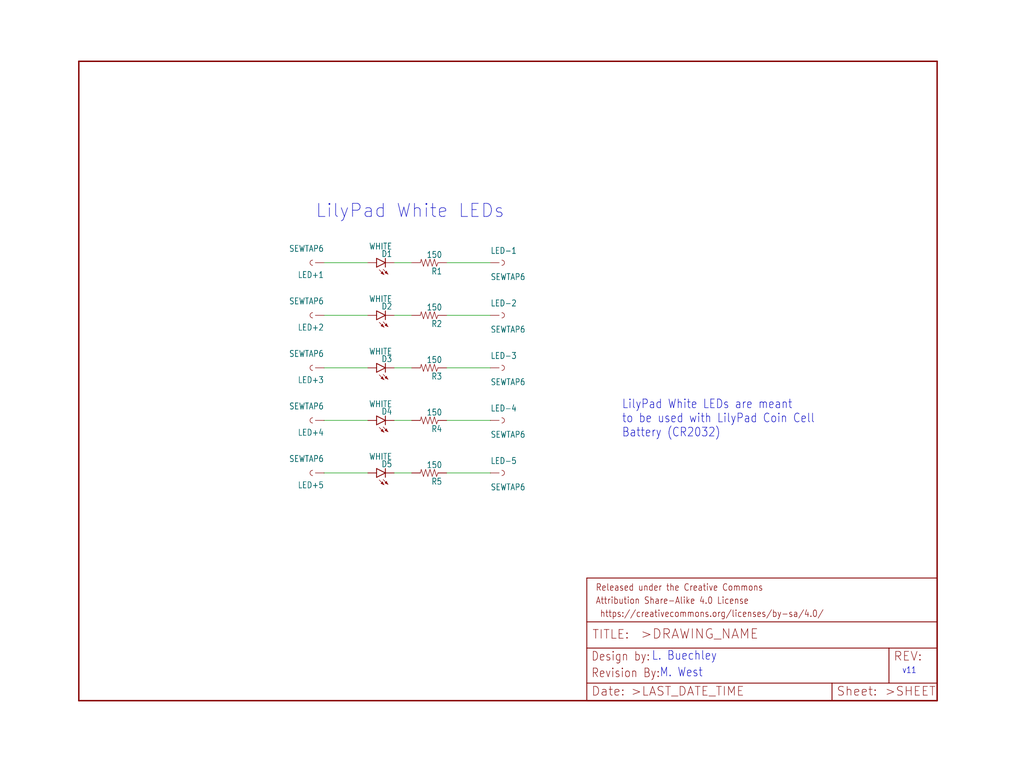
<source format=kicad_sch>
(kicad_sch (version 20211123) (generator eeschema)
  (paper "User" 297.002 223.926)
  (lib_symbols
    (symbol "schematicEagle-eagle-import:150OHM-1{slash}10W-1%(0603)"
      (property "Reference" "R" (at -3.81 1.4986 0))
      (property "Value" "150OHM-1{slash}10W-1%(0603)" (at -3.81 -3.302 0))
      (symbol "150OHM-1{slash}10W-1%(0603)_1_0"
        (polyline (pts (xy -2.54 0) (xy -2.159 1.016)) (stroke (width 0.1524)))
        (polyline (pts (xy -2.159 1.016) (xy -1.524 -1.016)) (stroke (width 0.1524)))
        (polyline (pts (xy -1.524 -1.016) (xy -0.889 1.016)) (stroke (width 0.1524)))
        (polyline (pts (xy -0.889 1.016) (xy -0.254 -1.016)) (stroke (width 0.1524)))
        (polyline (pts (xy -0.254 -1.016) (xy 0.381 1.016)) (stroke (width 0.1524)))
        (polyline (pts (xy 0.381 1.016) (xy 1.016 -1.016)) (stroke (width 0.1524)))
        (polyline (pts (xy 1.016 -1.016) (xy 1.651 1.016)) (stroke (width 0.1524)))
        (polyline (pts (xy 1.651 1.016) (xy 2.286 -1.016)) (stroke (width 0.1524)))
        (polyline (pts (xy 2.286 -1.016) (xy 2.54 0)) (stroke (width 0.1524)))
        (pin passive line (at -5.08 0 0) (length 2.54) (name "1") (number "1"))
        (pin passive line (at 5.08 0 180) (length 2.54) (name "2") (number "2"))
      )
    )
    (symbol "schematicEagle-eagle-import:FRAME-LETTER"
      (symbol "FRAME-LETTER_1_0"
        (polyline (pts (xy 0 0) (xy 248.92 0)) (stroke (width 0.4064)))
        (polyline (pts (xy 0 185.42) (xy 0 0)) (stroke (width 0.4064)))
        (polyline (pts (xy 0 185.42) (xy 248.92 185.42)) (stroke (width 0.4064)))
        (polyline (pts (xy 248.92 185.42) (xy 248.92 0)) (stroke (width 0.4064)))
      )
      (symbol "FRAME-LETTER_2_0"
        (polyline (pts (xy 0 0) (xy 0 5.08)) (stroke (width 0.254)))
        (polyline (pts (xy 0 0) (xy 71.12 0)) (stroke (width 0.254)))
        (polyline (pts (xy 0 5.08) (xy 0 15.24)) (stroke (width 0.254)))
        (polyline (pts (xy 0 5.08) (xy 71.12 5.08)) (stroke (width 0.254)))
        (polyline (pts (xy 0 15.24) (xy 0 22.86)) (stroke (width 0.254)))
        (polyline (pts (xy 0 22.86) (xy 0 35.56)) (stroke (width 0.254)))
        (polyline (pts (xy 0 22.86) (xy 101.6 22.86)) (stroke (width 0.254)))
        (polyline (pts (xy 71.12 0) (xy 101.6 0)) (stroke (width 0.254)))
        (polyline (pts (xy 71.12 5.08) (xy 71.12 0)) (stroke (width 0.254)))
        (polyline (pts (xy 71.12 5.08) (xy 87.63 5.08)) (stroke (width 0.254)))
        (polyline (pts (xy 87.63 5.08) (xy 101.6 5.08)) (stroke (width 0.254)))
        (polyline (pts (xy 87.63 15.24) (xy 0 15.24)) (stroke (width 0.254)))
        (polyline (pts (xy 87.63 15.24) (xy 87.63 5.08)) (stroke (width 0.254)))
        (polyline (pts (xy 101.6 5.08) (xy 101.6 0)) (stroke (width 0.254)))
        (polyline (pts (xy 101.6 15.24) (xy 87.63 15.24)) (stroke (width 0.254)))
        (polyline (pts (xy 101.6 15.24) (xy 101.6 5.08)) (stroke (width 0.254)))
        (polyline (pts (xy 101.6 22.86) (xy 101.6 15.24)) (stroke (width 0.254)))
        (polyline (pts (xy 101.6 35.56) (xy 0 35.56)) (stroke (width 0.254)))
        (polyline (pts (xy 101.6 35.56) (xy 101.6 22.86)) (stroke (width 0.254)))
        (text " https://creativecommons.org/licenses/by-sa/4.0/" (at 2.54 24.13 0) (effects (font (size 1.9304 1.6408)) (justify left bottom)))
        (text ">DRAWING_NAME" (at 15.494 17.78 0) (effects (font (size 2.7432 2.7432)) (justify left bottom)))
        (text ">LAST_DATE_TIME" (at 12.7 1.27 0) (effects (font (size 2.54 2.54)) (justify left bottom)))
        (text ">SHEET" (at 86.36 1.27 0) (effects (font (size 2.54 2.54)) (justify left bottom)))
        (text "Attribution Share-Alike 4.0 License" (at 2.54 27.94 0) (effects (font (size 1.9304 1.6408)) (justify left bottom)))
        (text "Date:" (at 1.27 1.27 0) (effects (font (size 2.54 2.54)) (justify left bottom)))
        (text "Design by:" (at 1.27 11.43 0) (effects (font (size 2.54 2.159)) (justify left bottom)))
        (text "Released under the Creative Commons" (at 2.54 31.75 0) (effects (font (size 1.9304 1.6408)) (justify left bottom)))
        (text "REV:" (at 88.9 11.43 0) (effects (font (size 2.54 2.54)) (justify left bottom)))
        (text "Sheet:" (at 72.39 1.27 0) (effects (font (size 2.54 2.54)) (justify left bottom)))
        (text "TITLE:" (at 1.524 17.78 0) (effects (font (size 2.54 2.54)) (justify left bottom)))
      )
    )
    (symbol "schematicEagle-eagle-import:LED-WHITE1206"
      (property "Reference" "D" (at 3.556 -4.572 90))
      (property "Value" "LED-WHITE1206" (at 5.715 -4.572 90))
      (symbol "LED-WHITE1206_1_0"
        (polyline (pts (xy -2.032 -0.762) (xy -3.429 -2.159)) (stroke (width 0.1524)))
        (polyline (pts (xy -1.905 -1.905) (xy -3.302 -3.302)) (stroke (width 0.1524)))
        (polyline (pts (xy 0 -2.54) (xy -1.27 -2.54)) (stroke (width 0.254)))
        (polyline (pts (xy 0 -2.54) (xy -1.27 0)) (stroke (width 0.254)))
        (polyline (pts (xy 0 0) (xy -1.27 0)) (stroke (width 0.254)))
        (polyline (pts (xy 1.27 -2.54) (xy 0 -2.54)) (stroke (width 0.254)))
        (polyline (pts (xy 1.27 0) (xy 0 -2.54)) (stroke (width 0.254)))
        (polyline (pts (xy 1.27 0) (xy 0 0)) (stroke (width 0.254)))
        (polyline (pts (xy -3.429 -2.159) (xy -3.048 -1.27) (xy -2.54 -1.778)) (fill (type outline)))
        (polyline (pts (xy -3.302 -3.302) (xy -2.921 -2.413) (xy -2.413 -2.921)) (fill (type outline)))
        (pin passive line (at 0 2.54 270) (length 2.54) (name "A") (number "A"))
        (pin passive line (at 0 -5.08 90) (length 2.54) (name "C") (number "C"))
      )
    )
    (symbol "schematicEagle-eagle-import:REVISION"
      (symbol "REVISION_1_0"
        (text "Revision By: " (at 0 0 0) (effects (font (size 2.54 2.159)) (justify left bottom)))
      )
    )
    (symbol "schematicEagle-eagle-import:SEWTAP6"
      (property "Reference" "JP" (at -2.54 2.54 0))
      (property "Value" "SEWTAP6" (at -2.54 -5.08 0))
      (symbol "SEWTAP6_1_0"
        (polyline (pts (xy 0 0) (xy -2.54 0)) (stroke (width 0.1524)))
        (arc (start 0.762 -0.762) (mid 1.524 0) (end 0.762 0.762) (stroke (width 0.1524)))
        (pin bidirectional line (at -2.54 0 180) (length 0) (name "1") (number "1"))
      )
    )
  )
  (wire (pts (xy 129.54 91.44) (xy 142.24 91.44)))
  (wire (pts (xy 93.98 91.44) (xy 106.68 91.44)))
  (wire (pts (xy 93.98 76.2) (xy 106.68 76.2)))
  (wire (pts (xy 129.54 137.16) (xy 142.24 137.16)))
  (wire (pts (xy 129.54 121.92) (xy 142.24 121.92)))
  (wire (pts (xy 93.98 106.68) (xy 106.68 106.68)))
  (wire (pts (xy 114.3 91.44) (xy 119.38 91.44)))
  (wire (pts (xy 129.54 106.68) (xy 142.24 106.68)))
  (wire (pts (xy 93.98 121.92) (xy 106.68 121.92)))
  (wire (pts (xy 93.98 137.16) (xy 106.68 137.16)))
  (wire (pts (xy 114.3 76.2) (xy 119.38 76.2)))
  (wire (pts (xy 129.54 76.2) (xy 142.24 76.2)))
  (wire (pts (xy 114.3 137.16) (xy 119.38 137.16)))
  (wire (pts (xy 114.3 121.92) (xy 119.38 121.92)))
  (wire (pts (xy 114.3 106.68) (xy 119.38 106.68)))
  (text "v11" (at 261.62 195.58 180) (effects (font (size 1.778 1.5113)) (justify left bottom)))
  (text "M. West" (at 191.262 196.596 180) (effects (font (size 2.54 2.159)) (justify left bottom)))
  (text "LilyPad White LEDs are meant\nto be used with LilyPad Coin Cell\nBattery (CR2032)" (at 180.34 127 0) (effects (font (size 2.54 2.159)) (justify left bottom)))
  (text "LilyPad White LEDs" (at 91.44 63.5 180) (effects (font (size 3.81 3.81)) (justify left bottom)))
  (text "L. Buechley" (at 188.976 191.77 180) (effects (font (size 2.54 2.159)) (justify left bottom)))
  (symbol (lib_id "schematicEagle-eagle-import:SEWTAP6") (at 144.78 137.16 0) (unit 1)
    (property "Reference" "LED-5" (at 142.24 134.62 0) (effects (font (size 1.778 1.5113)) (justify left bottom)))
    (property "Value" "SEWTAP6" (at 142.24 142.24 0) (effects (font (size 1.778 1.5113)) (justify left bottom)))
    (property "Footprint" "schematicEagle:PETAL-SMALL-2SIDE" (effects hide))
  )
  (symbol (lib_id "schematicEagle-eagle-import:150OHM-1{slash}10W-1%(0603)") (at 124.46 106.68 180) (unit 1)
    (property "Reference" "R3" (at 128.27 108.1786 0) (effects (font (size 1.778 1.5113)) (justify left bottom)))
    (property "Value" "150" (at 128.27 103.378 0) (effects (font (size 1.778 1.5113)) (justify left bottom)))
    (property "Footprint" "schematicEagle:0603-RES" (effects hide))
  )
  (symbol (lib_id "schematicEagle-eagle-import:150OHM-1{slash}10W-1%(0603)") (at 124.46 91.44 180) (unit 1)
    (property "Reference" "R2" (at 128.27 92.9386 0) (effects (font (size 1.778 1.5113)) (justify left bottom)))
    (property "Value" "150" (at 128.27 88.138 0) (effects (font (size 1.778 1.5113)) (justify left bottom)))
    (property "Footprint" "schematicEagle:0603-RES" (effects hide))
  )
  (symbol (lib_id "schematicEagle-eagle-import:SEWTAP6") (at 91.44 76.2 180) (unit 1)
    (property "Reference" "LED+1" (at 93.98 78.74 0) (effects (font (size 1.778 1.5113)) (justify left bottom)))
    (property "Value" "SEWTAP6" (at 93.98 71.12 0) (effects (font (size 1.778 1.5113)) (justify left bottom)))
    (property "Footprint" "schematicEagle:PETAL-SMALL-2SIDE" (effects hide))
  )
  (symbol (lib_id "schematicEagle-eagle-import:SEWTAP6") (at 91.44 137.16 180) (unit 1)
    (property "Reference" "LED+5" (at 93.98 139.7 0) (effects (font (size 1.778 1.5113)) (justify left bottom)))
    (property "Value" "SEWTAP6" (at 93.98 132.08 0) (effects (font (size 1.778 1.5113)) (justify left bottom)))
    (property "Footprint" "schematicEagle:PETAL-SMALL-2SIDE" (effects hide))
  )
  (symbol (lib_id "schematicEagle-eagle-import:FRAME-LETTER") (at 170.18 203.2 0) (unit 2)
    (property "Reference" "FRAME1" (effects hide))
    (property "Value" "FRAME-LETTER" (effects hide))
    (property "Footprint" "schematicEagle:CREATIVE_COMMONS" (effects hide))
  )
  (symbol (lib_id "schematicEagle-eagle-import:150OHM-1{slash}10W-1%(0603)") (at 124.46 121.92 180) (unit 1)
    (property "Reference" "R4" (at 128.27 123.4186 0) (effects (font (size 1.778 1.5113)) (justify left bottom)))
    (property "Value" "150" (at 128.27 118.618 0) (effects (font (size 1.778 1.5113)) (justify left bottom)))
    (property "Footprint" "schematicEagle:0603-RES" (effects hide))
  )
  (symbol (lib_id "schematicEagle-eagle-import:LED-WHITE1206") (at 109.22 121.92 90) (unit 1)
    (property "Reference" "D4" (at 113.792 118.364 90) (effects (font (size 1.778 1.5113)) (justify left bottom)))
    (property "Value" "WHITE" (at 113.792 116.205 90) (effects (font (size 1.778 1.5113)) (justify left bottom)))
    (property "Footprint" "schematicEagle:LED-1206" (effects hide))
  )
  (symbol (lib_id "schematicEagle-eagle-import:SEWTAP6") (at 91.44 106.68 180) (unit 1)
    (property "Reference" "LED+3" (at 93.98 109.22 0) (effects (font (size 1.778 1.5113)) (justify left bottom)))
    (property "Value" "SEWTAP6" (at 93.98 101.6 0) (effects (font (size 1.778 1.5113)) (justify left bottom)))
    (property "Footprint" "schematicEagle:PETAL-SMALL-2SIDE" (effects hide))
  )
  (symbol (lib_id "schematicEagle-eagle-import:LED-WHITE1206") (at 109.22 137.16 90) (unit 1)
    (property "Reference" "D5" (at 113.792 133.604 90) (effects (font (size 1.778 1.5113)) (justify left bottom)))
    (property "Value" "WHITE" (at 113.792 131.445 90) (effects (font (size 1.778 1.5113)) (justify left bottom)))
    (property "Footprint" "schematicEagle:LED-1206" (effects hide))
  )
  (symbol (lib_id "schematicEagle-eagle-import:SEWTAP6") (at 91.44 91.44 180) (unit 1)
    (property "Reference" "LED+2" (at 93.98 93.98 0) (effects (font (size 1.778 1.5113)) (justify left bottom)))
    (property "Value" "SEWTAP6" (at 93.98 86.36 0) (effects (font (size 1.778 1.5113)) (justify left bottom)))
    (property "Footprint" "schematicEagle:PETAL-SMALL-2SIDE" (effects hide))
  )
  (symbol (lib_id "schematicEagle-eagle-import:SEWTAP6") (at 144.78 121.92 0) (unit 1)
    (property "Reference" "LED-4" (at 142.24 119.38 0) (effects (font (size 1.778 1.5113)) (justify left bottom)))
    (property "Value" "SEWTAP6" (at 142.24 127 0) (effects (font (size 1.778 1.5113)) (justify left bottom)))
    (property "Footprint" "schematicEagle:PETAL-SMALL-2SIDE" (effects hide))
  )
  (symbol (lib_id "schematicEagle-eagle-import:150OHM-1{slash}10W-1%(0603)") (at 124.46 137.16 180) (unit 1)
    (property "Reference" "R5" (at 128.27 138.6586 0) (effects (font (size 1.778 1.5113)) (justify left bottom)))
    (property "Value" "150" (at 128.27 133.858 0) (effects (font (size 1.778 1.5113)) (justify left bottom)))
    (property "Footprint" "schematicEagle:0603-RES" (effects hide))
  )
  (symbol (lib_id "schematicEagle-eagle-import:SEWTAP6") (at 144.78 91.44 0) (unit 1)
    (property "Reference" "LED-2" (at 142.24 88.9 0) (effects (font (size 1.778 1.5113)) (justify left bottom)))
    (property "Value" "SEWTAP6" (at 142.24 96.52 0) (effects (font (size 1.778 1.5113)) (justify left bottom)))
    (property "Footprint" "schematicEagle:PETAL-SMALL-2SIDE" (effects hide))
  )
  (symbol (lib_id "schematicEagle-eagle-import:SEWTAP6") (at 144.78 106.68 0) (unit 1)
    (property "Reference" "LED-3" (at 142.24 104.14 0) (effects (font (size 1.778 1.5113)) (justify left bottom)))
    (property "Value" "SEWTAP6" (at 142.24 111.76 0) (effects (font (size 1.778 1.5113)) (justify left bottom)))
    (property "Footprint" "schematicEagle:PETAL-SMALL-2SIDE" (effects hide))
  )
  (symbol (lib_id "schematicEagle-eagle-import:SEWTAP6") (at 144.78 76.2 0) (unit 1)
    (property "Reference" "LED-1" (at 142.24 73.66 0) (effects (font (size 1.778 1.5113)) (justify left bottom)))
    (property "Value" "SEWTAP6" (at 142.24 81.28 0) (effects (font (size 1.778 1.5113)) (justify left bottom)))
    (property "Footprint" "schematicEagle:PETAL-SMALL-2SIDE" (effects hide))
  )
  (symbol (lib_id "schematicEagle-eagle-import:LED-WHITE1206") (at 109.22 106.68 90) (unit 1)
    (property "Reference" "D3" (at 113.792 103.124 90) (effects (font (size 1.778 1.5113)) (justify left bottom)))
    (property "Value" "WHITE" (at 113.792 100.965 90) (effects (font (size 1.778 1.5113)) (justify left bottom)))
    (property "Footprint" "schematicEagle:LED-1206" (effects hide))
  )
  (symbol (lib_id "schematicEagle-eagle-import:REVISION") (at 171.45 196.596 0) (unit 1)
    (property "Reference" "U$6" (effects hide))
    (property "Value" "REVISION" (effects hide))
    (property "Footprint" "schematicEagle:REVISION" (effects hide))
  )
  (symbol (lib_id "schematicEagle-eagle-import:LED-WHITE1206") (at 109.22 76.2 90) (unit 1)
    (property "Reference" "D1" (at 113.792 72.644 90) (effects (font (size 1.778 1.5113)) (justify left bottom)))
    (property "Value" "WHITE" (at 113.792 70.485 90) (effects (font (size 1.778 1.5113)) (justify left bottom)))
    (property "Footprint" "schematicEagle:LED-1206" (effects hide))
  )
  (symbol (lib_id "schematicEagle-eagle-import:150OHM-1{slash}10W-1%(0603)") (at 124.46 76.2 180) (unit 1)
    (property "Reference" "R1" (at 128.27 77.6986 0) (effects (font (size 1.778 1.5113)) (justify left bottom)))
    (property "Value" "150" (at 128.27 72.898 0) (effects (font (size 1.778 1.5113)) (justify left bottom)))
    (property "Footprint" "schematicEagle:0603-RES" (effects hide))
  )
  (symbol (lib_id "schematicEagle-eagle-import:LED-WHITE1206") (at 109.22 91.44 90) (unit 1)
    (property "Reference" "D2" (at 113.792 87.884 90) (effects (font (size 1.778 1.5113)) (justify left bottom)))
    (property "Value" "WHITE" (at 113.792 85.725 90) (effects (font (size 1.778 1.5113)) (justify left bottom)))
    (property "Footprint" "schematicEagle:LED-1206" (effects hide))
  )
  (symbol (lib_id "schematicEagle-eagle-import:FRAME-LETTER") (at 22.86 203.2 0) (unit 1)
    (property "Reference" "FRAME1" (effects hide))
    (property "Value" "FRAME-LETTER" (effects hide))
    (property "Footprint" "schematicEagle:CREATIVE_COMMONS" (effects hide))
  )
  (symbol (lib_id "schematicEagle-eagle-import:SEWTAP6") (at 91.44 121.92 180) (unit 1)
    (property "Reference" "LED+4" (at 93.98 124.46 0) (effects (font (size 1.778 1.5113)) (justify left bottom)))
    (property "Value" "SEWTAP6" (at 93.98 116.84 0) (effects (font (size 1.778 1.5113)) (justify left bottom)))
    (property "Footprint" "schematicEagle:PETAL-SMALL-2SIDE" (effects hide))
  )
)
</source>
